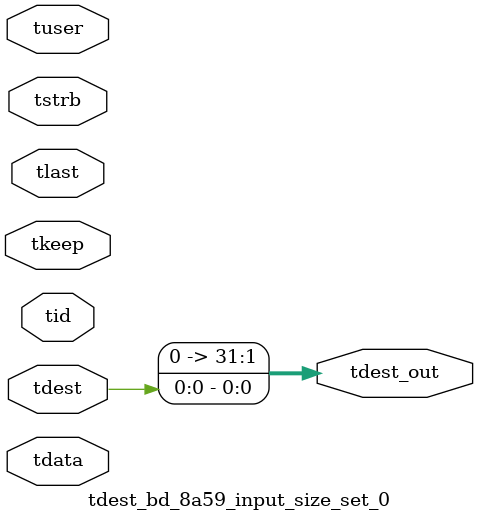
<source format=v>


`timescale 1ps/1ps

module tdest_bd_8a59_input_size_set_0 #
(
parameter C_S_AXIS_TDATA_WIDTH = 32,
parameter C_S_AXIS_TUSER_WIDTH = 0,
parameter C_S_AXIS_TID_WIDTH   = 0,
parameter C_S_AXIS_TDEST_WIDTH = 0,
parameter C_M_AXIS_TDEST_WIDTH = 32
)
(
input  [(C_S_AXIS_TDATA_WIDTH == 0 ? 1 : C_S_AXIS_TDATA_WIDTH)-1:0     ] tdata,
input  [(C_S_AXIS_TUSER_WIDTH == 0 ? 1 : C_S_AXIS_TUSER_WIDTH)-1:0     ] tuser,
input  [(C_S_AXIS_TID_WIDTH   == 0 ? 1 : C_S_AXIS_TID_WIDTH)-1:0       ] tid,
input  [(C_S_AXIS_TDEST_WIDTH == 0 ? 1 : C_S_AXIS_TDEST_WIDTH)-1:0     ] tdest,
input  [(C_S_AXIS_TDATA_WIDTH/8)-1:0 ] tkeep,
input  [(C_S_AXIS_TDATA_WIDTH/8)-1:0 ] tstrb,
input                                                                    tlast,
output [C_M_AXIS_TDEST_WIDTH-1:0] tdest_out
);

assign tdest_out = {tdest[0:0]};

endmodule


</source>
